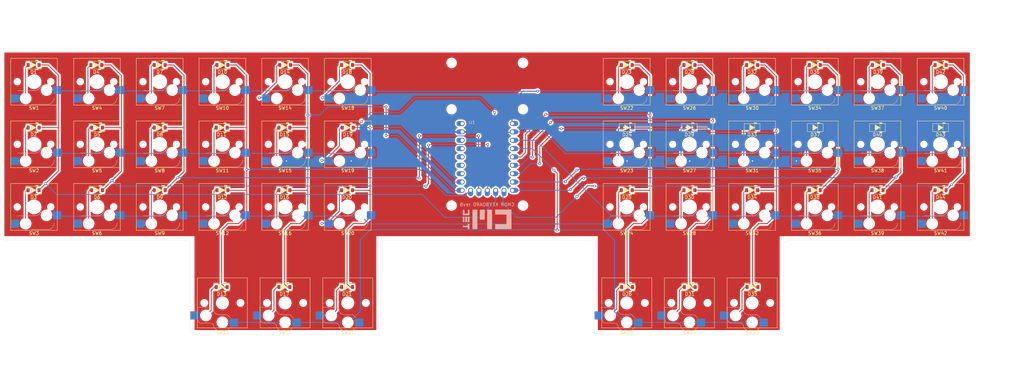
<source format=kicad_pcb>
(kicad_pcb
	(version 20241229)
	(generator "pcbnew")
	(generator_version "9.0")
	(general
		(thickness 1.6)
		(legacy_teardrops no)
	)
	(paper "A3")
	(layers
		(0 "F.Cu" signal)
		(4 "In1.Cu" power)
		(6 "In2.Cu" power)
		(2 "B.Cu" signal)
		(9 "F.Adhes" user "F.Adhesive")
		(11 "B.Adhes" user "B.Adhesive")
		(13 "F.Paste" user)
		(15 "B.Paste" user)
		(5 "F.SilkS" user "F.Silkscreen")
		(7 "B.SilkS" user "B.Silkscreen")
		(1 "F.Mask" user)
		(3 "B.Mask" user)
		(17 "Dwgs.User" user "User.Drawings")
		(19 "Cmts.User" user "User.Comments")
		(21 "Eco1.User" user "User.Eco1")
		(23 "Eco2.User" user "User.Eco2")
		(25 "Edge.Cuts" user)
		(27 "Margin" user)
		(31 "F.CrtYd" user "F.Courtyard")
		(29 "B.CrtYd" user "B.Courtyard")
		(35 "F.Fab" user)
		(33 "B.Fab" user)
	)
	(setup
		(stackup
			(layer "F.SilkS"
				(type "Top Silk Screen")
			)
			(layer "F.Paste"
				(type "Top Solder Paste")
			)
			(layer "F.Mask"
				(type "Top Solder Mask")
				(thickness 0.01)
			)
			(layer "F.Cu"
				(type "copper")
				(thickness 0.035)
			)
			(layer "dielectric 1"
				(type "core")
				(thickness 0.48)
				(material "FR4")
				(epsilon_r 4.5)
				(loss_tangent 0.02)
			)
			(layer "In1.Cu"
				(type "copper")
				(thickness 0.035)
			)
			(layer "dielectric 2"
				(type "prepreg")
				(thickness 0.48)
				(material "FR4")
				(epsilon_r 4.5)
				(loss_tangent 0.02)
			)
			(layer "In2.Cu"
				(type "copper")
				(thickness 0.035)
			)
			(layer "dielectric 3"
				(type "core")
				(thickness 0.48)
				(material "FR4")
				(epsilon_r 4.5)
				(loss_tangent 0.02)
			)
			(layer "B.Cu"
				(type "copper")
				(thickness 0.035)
			)
			(layer "B.Mask"
				(type "Bottom Solder Mask")
				(thickness 0.01)
			)
			(layer "B.Paste"
				(type "Bottom Solder Paste")
			)
			(layer "B.SilkS"
				(type "Bottom Silk Screen")
			)
			(copper_finish "None")
			(dielectric_constraints no)
		)
		(pad_to_mask_clearance 0.051)
		(solder_mask_min_width 0.25)
		(allow_soldermask_bridges_in_footprints no)
		(tenting front back)
		(aux_axis_origin 62.23 107.95)
		(grid_origin 62.23 107.95)
		(pcbplotparams
			(layerselection 0x00000000_00000000_55555555_5755f5af)
			(plot_on_all_layers_selection 0x00000000_00000000_00000000_00000000)
			(disableapertmacros no)
			(usegerberextensions yes)
			(usegerberattributes no)
			(usegerberadvancedattributes no)
			(creategerberjobfile no)
			(dashed_line_dash_ratio 12.000000)
			(dashed_line_gap_ratio 3.000000)
			(svgprecision 6)
			(plotframeref no)
			(mode 1)
			(useauxorigin no)
			(hpglpennumber 1)
			(hpglpenspeed 20)
			(hpglpendiameter 15.000000)
			(pdf_front_fp_property_popups yes)
			(pdf_back_fp_property_popups yes)
			(pdf_metadata yes)
			(pdf_single_document no)
			(dxfpolygonmode yes)
			(dxfimperialunits yes)
			(dxfusepcbnewfont yes)
			(psnegative no)
			(psa4output no)
			(plot_black_and_white yes)
			(sketchpadsonfab no)
			(plotpadnumbers no)
			(hidednponfab no)
			(sketchdnponfab yes)
			(crossoutdnponfab yes)
			(subtractmaskfromsilk yes)
			(outputformat 1)
			(mirror no)
			(drillshape 0)
			(scaleselection 1)
			(outputdirectory "gerber/")
		)
	)
	(net 0 "")
	(net 1 "+5V")
	(net 2 "Net-(D1-A)")
	(net 3 "Net-(D2-A)")
	(net 4 "Net-(D3-A)")
	(net 5 "/Col_A")
	(net 6 "Net-(D4-A)")
	(net 7 "Net-(D5-A)")
	(net 8 "Net-(D6-A)")
	(net 9 "Net-(D7-A)")
	(net 10 "/Col_B")
	(net 11 "Net-(D8-A)")
	(net 12 "Net-(D9-A)")
	(net 13 "Net-(D10-A)")
	(net 14 "Net-(D11-A)")
	(net 15 "Net-(D12-A)")
	(net 16 "/Col_C")
	(net 17 "Net-(D13-A)")
	(net 18 "Net-(D14-A)")
	(net 19 "Net-(D15-A)")
	(net 20 "Net-(D16-A)")
	(net 21 "Net-(D17-A)")
	(net 22 "/Col_D")
	(net 23 "Net-(D18-A)")
	(net 24 "Net-(D19-A)")
	(net 25 "Net-(D20-A)")
	(net 26 "Net-(D21-A)")
	(net 27 "/Col_E")
	(net 28 "Net-(D23-A)")
	(net 29 "Net-(D24-A)")
	(net 30 "Net-(D25-A)")
	(net 31 "Net-(D26-A)")
	(net 32 "/Col_F")
	(net 33 "Net-(D28-A)")
	(net 34 "Net-(D29-A)")
	(net 35 "Net-(D30-A)")
	(net 36 "Net-(D31-A)")
	(net 37 "/Col_G")
	(net 38 "Net-(D32-A)")
	(net 39 "Net-(D33-A)")
	(net 40 "Net-(D34-A)")
	(net 41 "Net-(D35-A)")
	(net 42 "/Col_H")
	(net 43 "Net-(D36-A)")
	(net 44 "Net-(D37-A)")
	(net 45 "Net-(D38-A)")
	(net 46 "Net-(D39-A)")
	(net 47 "Net-(D40-A)")
	(net 48 "/Col_I")
	(net 49 "Net-(D41-A)")
	(net 50 "Net-(D42-A)")
	(net 51 "Net-(D43-A)")
	(net 52 "/Col_J")
	(net 53 "Net-(D44-A)")
	(net 54 "/Col_K")
	(net 55 "/Col_L")
	(net 56 "GND")
	(net 57 "/Row_1")
	(net 58 "/Row_2")
	(net 59 "/Row_3")
	(net 60 "/Row_4")
	(net 61 "unconnected-(U1-27-Pad18)")
	(net 62 "unconnected-(U1-3V3-Pad21)")
	(net 63 "unconnected-(U1-29-Pad20)")
	(net 64 "unconnected-(U1-28-Pad19)")
	(net 65 "unconnected-(U1-26-Pad17)")
	(footprint "PCM_Switch_Keyboard_Hotswap_Kailh:SW_Hotswap_Kailh_MX_1.00u" (layer "F.Cu") (at 347.98 137.16 180))
	(footprint "PCM_Diode_SMD_Handsoldering_AKL:D_SOD-123" (layer "F.Cu") (at 252.73 132.08 180))
	(footprint "PCM_Switch_Keyboard_Hotswap_Kailh:SW_Hotswap_Kailh_MX_1.00u" (layer "F.Cu") (at 91.65318 156.21 180))
	(footprint "PCM_Diode_SMD_Handsoldering_AKL:D_SOD-123" (layer "F.Cu") (at 91.44 113.03 180))
	(footprint "PCM_Switch_Keyboard_Hotswap_Kailh:SW_Hotswap_Kailh_MX_1.00u" (layer "F.Cu") (at 91.65318 137.16 180))
	(footprint "PCM_Diode_SMD_Handsoldering_AKL:D_SOD-123" (layer "F.Cu") (at 252.617081 113.03 180))
	(footprint "PCM_Diode_SMD_Handsoldering_AKL:D_SOD-123" (layer "F.Cu") (at 271.667081 151.13 180))
	(footprint "PCM_Switch_Keyboard_Hotswap_Kailh:SW_Hotswap_Kailh_MX_1.00u" (layer "F.Cu") (at 252.617081 118.11 180))
	(footprint "PCM_Switch_Keyboard_Hotswap_Kailh:SW_Hotswap_Kailh_MX_1.00u" (layer "F.Cu") (at 148.80318 118.11 180))
	(footprint "PCM_Switch_Keyboard_Hotswap_Kailh:SW_Hotswap_Kailh_MX_1.00u" (layer "F.Cu") (at 72.517 118.11 180))
	(footprint "PCM_Diode_SMD_Handsoldering_AKL:D_SOD-123" (layer "F.Cu") (at 110.70318 113.03 180))
	(footprint "PCM_Diode_SMD_Handsoldering_AKL:D_SOD-123" (layer "F.Cu") (at 290.83 180.594 180))
	(footprint "PCM_Switch_Keyboard_Hotswap_Kailh:SW_Hotswap_Kailh_MX_1.00u" (layer "F.Cu") (at 110.70318 137.16 180))
	(footprint "MountingHole:MountingHole_2.7mm_M2.5" (layer "F.Cu") (at 199.4 112.395))
	(footprint "PCM_Switch_Keyboard_Hotswap_Kailh:SW_Hotswap_Kailh_MX_1.00u" (layer "F.Cu") (at 347.98 118.11 180))
	(footprint "PCM_Switch_Keyboard_Hotswap_Kailh:SW_Hotswap_Kailh_MX_1.00u" (layer "F.Cu") (at 129.75318 118.11 180))
	(footprint "PCM_Switch_Keyboard_Hotswap_Kailh:SW_Hotswap_Kailh_MX_1.00u" (layer "F.Cu") (at 252.617081 137.16 180))
	(footprint "MountingHole:MountingHole_2.7mm_M2.5" (layer "F.Cu") (at 221.1 126.5))
	(footprint "PCM_Diode_SMD_Handsoldering_AKL:D_SOD-123" (layer "F.Cu") (at 72.39 113.03 180))
	(footprint "PCM_Diode_SMD_Handsoldering_AKL:D_SOD-123" (layer "F.Cu") (at 271.78 180.594 180))
	(footprint "PCM_Diode_SMD_Handsoldering_AKL:D_SOD-123" (layer "F.Cu") (at 129.75318 151.13 180))
	(footprint "PCM_Switch_Keyboard_Hotswap_Kailh:SW_Hotswap_Kailh_MX_1.00u"
		(layer "F.Cu")
		(uuid "4a9a2429-dabe-4123-81eb-3668a90bca24")
		(at 167.85318 118.11 180)
		(descr "Kailh keyswitch Hotswap Socket Keycap 1.00u")
		(tags "Kailh Keyboard Keyswitch Switch Hotswap Socket Relief Cutout Keycap 1.00u")
		(property "Reference" "SW18"
			(at 0 -8 180)
			(layer "F.SilkS")
			(uuid "4c7ccfe5-b0f1-4bce-b980-7c68b5788073")
			(effects
				(font
					(size 1 1)
					(thickness 0.15)
				)
			)
		)
		(property "Value" "SW_Push"
			(at 0 8 180)
			(layer "F.Fab")
			(uuid "75124d1c-fa03-435d-a68e-a2f078ac050b")
			(effects
				(font
					(size 1 1)
					(thickness 0.15)
				)
			)
		)
		(property "Datasheet" "~"
			(at 0 0 180)
			(layer "F.Fab")
			(hide yes)
			(uuid "0fb9665f-de02-4dd3-95d1-9c3bd83cf5ca")
			(effects
				(font
					(size 1.27 1.27)
					(thickness 0.15)
				)
			)
		)
		(property "Description" ""
			(at 0 0 180)
			(layer "F.Fab")
			(hide yes)
			(uuid "5c86231b-b8ab-46c5-ba0a-2b4fa91d73cf")
			(effects
				(font
					(size 1.27 1.27)
					(thickness 0.15)
				)
			)
		)
		(path "/847e091e-9a9f-45b5-b94e-6fd8b52a85fb")
		(sheetname "/")
		(sheetfile "cmdr_keyboard.kicad_sch")
		(attr smd)
		(fp_line
			(start 7.1 7.1)
			(end 7.1 -7.1)
			(stroke
				(width 0.12)
				(type solid)
			)
			(layer "F.SilkS")
			(uuid "85fb78ef-5d35-4f35-b3af-295642200f41")
		)
		(fp_line
			(start 7.1 -7.1)
			(end -7.1 -7.1)
			(stroke
				(width 0.12)
				(type solid)
			)
			(layer "F.SilkS")
			(uuid "521af2df-a0e6-4bfa-9ac3-9935859fc893")
		)
		(fp_line
			(start -7.1 7.1)
			(end 7.1 7.1)
			(stroke
				(width 0.12)
				(type solid)
			)
			(layer "F.SilkS")
			(uuid "d290f0ab-af3e-4302-b38e-3865164b90f6")
		)
		(fp_line
			(start -7.1 -7.1)
			(end -7.1 7.1)
			(stroke
				(width 0.12)
				(type solid)
			)
			(layer "F.SilkS")
			(uuid "01decf0a-6a6f-4354-b8d8-0cd8f4a0d42b")
		)
		(fp_line
			(start -0.2 -2.7)
			(end 4.9 -2.7)
			(stroke
				(width 0.12)
				(type solid)
			)
			(layer "B.SilkS")
			(uuid "56f3d414-ae2e-4848-b0c7-73b6fdde7bec")
		)
		(fp_line
			(start -4.1 -6.9)
			(end 1 -6.9)
			(stroke
				(width 0.12)
				(type solid)
			)
			(layer "B.SilkS")
			(uuid "76eadaf6-1c5a-40e4-bd3f-39ddd5c18e57")
		)
		(fp_arc
			(start -2.2 -0.7)
			(mid -1.614214 -2.114214)
			(end -0.2 -2.7)
			(stroke
				(width 0.12)
				(type solid)
			)
			(layer "B.SilkS")
			(uuid "82026616-e3aa-4931-af8a-24fc75da1db3")
		)
		(fp_arc
			(start -6.1 -4.9)
			(mid -5.514214 -6.314214)
			(end -4.1 -6.9)
			(stroke
				(width 0.12)
				(type solid)
			)
			(layer "B.SilkS")
			(uuid "ac5274fd-c90c-40d2-b0f1-1aa45c69d4f1")
		)
		(fp_line
			(start 9.525 9.525)
			(end 9.525 -9.525)
			(stroke
				(width 0.1)
				(type solid)
			)
			(layer "Dwgs.User")
			(uuid "85b68983-8944-4bfa-8c3d-4a5cf00395b1")
		)
		(fp_line
			(start 9.525 -9.525)
			(end -9.525 -9.525)
			(stroke
				(width 0.1)
				(type solid)
			)
			(layer "Dwgs.User")
			(uuid "0083df1a-1798-47c5-a5f3-5613a078d1f8")
		)
		(fp_line
			(start -9.525 9.525)
			(end 9.525 9.525)
			(stroke
				(width 0.1)
				(type solid)
			)
			(layer "Dwgs.User")
			(uuid "49f8791f-0db2-4147-b005-1948ac146de5")
		)
		(fp_line
			(start -9.525 -9.525)
			(end -9.525 9.525)
			(stroke
				(width 0.1)
				(type solid)
			)
			(layer "Dwgs.User")
			(uuid "d7e566ce-1d12-43e1-92c0-39b3ceeae92d")
		)
		(fp_line
			(start 7.8 6)
			(end 7 6)
			(stroke
				(width 0.1)
				(type solid)
			)
			(layer "Eco1.User")
			(uuid "cfa7cf09-2cc8-446e-9add-1c57a24adc13")
		)
		(fp_line
			(start 7.8 2.9)
			(end 7.8 6)
			(stroke
				(width 0.1)
				(type solid)
			)
			(layer "Eco1.User")
			(uuid "6267eb5e-e5c0-445f-840f-22b245c20ad0")
		)
		(fp_line
			(start 7.8 -2.9)
			(end 7 -2.9)
			(stroke
				(width 0.1)
				(type solid)
			)
			(layer "Eco1.User")
			(uuid "dea1bbe2-463f-4a78-bca2-eea739ee2078")
		)
		(fp_line
			(start 7.8 -6)
			(end 7.8 -2.9)
			(stroke
				(width 0.1)
				(type solid)
			)
			(layer "Eco1.User")
			(uuid "821cb0da-8120-4cfd-8597-4c12da733f49")
		)
		(fp_line
			(start 7 7)
			(end -7 7)
			(stroke
				(width 0.1)
				(type solid)
			)
			(layer "Eco1.User")
			(uuid "60978166-102e-4187-a18f-c43033ef7249")
		)
		(fp_line
			(start 7 6)
			(end 7 7)
			(stroke
				(width 0.1)
				(type solid)
			)
			(layer "Eco1.User")
			(uuid "b15e1707-e7f9-434d-a7db-b2bc28b720be")
		)
		(fp_line
			(start 7 2.9)
			(end 7.8 2.9)
			(stroke
				(width 0.1)
				(type solid)
			)
			(layer "Eco1.User")
			(uuid "502349d9-12ab-4087-9d19-219617726288")
		)
		(fp_line
			(start 7 -2.9)
			(end 7 2.9)
			(stroke
				(width 0.1)
				(type solid)
			)
			(layer "Eco1.User")
			(uuid "107cdf92-8836-4913-b0c0-c86f700bfcba")
		)
		(fp_line
			(start 7 -6)
			(end 7.8 -6)
			(stroke
				(width 0.1)
				(type solid)
			)
			(layer "Eco1.User")
			(uuid "b84dec4a-a543-4217-9f92-db87f9617f0a")
		)
		(fp_line
			(start 7 -7)
			(end 7 -6)
			(stroke
				(width 0.1)
				(type solid)
			)
			(layer "Eco1.User")
			(uuid "922f1fe3-2f17-4e93-9363-c51651adada7")
		)
		(fp_line
			(start -7 7)
			(end -7 6)
			(stroke
				(width 0.1)
				(type solid)
			)
			(layer "Eco1.User")
			(uuid "08d62e9d-aedd-4f77-8a1d-1268d8d43b05")
		)
		(fp_line
			(start -7 6)
			(end -7.8 6)
			(stroke
				(width 0.1)
				(type solid)
			)
			(layer "Eco1.User")
			(uuid "ea115f1e-6aef-4669-99d8-24f58ada44ac")
		)
		(fp_line
			(start -7 2.9)
			(end -7 -2.9)
			(stroke
				(width 0.1)
				(type solid)
			)
			(layer "Eco1.User")
			(uuid "37c6d33e-2885-4ab0-8afb-2d638ab286e2")
		)
		(fp_line
			(start -7 -2.9)
			(end -7.8 -2.9)
			(stroke
				(width 0.1)
				(type solid)
			)
			(layer "Eco1.User")
			(uuid "88a4a082-2fd0-49c4-b176-19aaa1a33897")
		)
		(fp_line
			(start -7 -6)
			(end -7 -7)
			(stroke
				(width 0.1)
				(type solid)
			)
			(layer "Eco1.User")
			(uuid "4bfba4b8-f0e0-44d3-8dca-0348b789f6b0")
		)
		(fp_line
			(start -7 -7)
			(end 7 -7)
			(stroke
				(width 0.1)
				(type solid)
			)
			(layer "Eco1.User")
			(uuid "09b68859-f6fd-4d76-80fa-d74f1a84ba9b")
		)
		(fp_line
			(start -7.8 6)
			(end -7.8 2.9)
			(stroke
				(width 0.1)
				(type solid)
			)
			(layer "Eco1.User")
			(uuid "177d64c6-9407-413f-bcc4-82ef742d89b7")
		)
		(fp_line
			(start -7.8 2.9)
			(end -7 2.9)
			(stroke
				(width 0.1)
				(type solid)
			)
			(layer "Eco1.User")
			(uuid "bcc77568-3a6d-405e-91e6-aab780a2493f")
		)
		(fp_line
			(start -7.8 -2.9)
			(end -7.8 -6)
			(stroke
				(width 0.1)
				(type solid)
			)
			(layer "Eco1.User")
			(uuid "1af00283-e0fc-4085-83ff-03626597263d")
		)
		(fp_line
			(start -7.8 -6)
			(end -7 -6)
			(stroke
				(width 0.1)
				(type solid)
			)
			(layer "Eco1.User")
			(uuid "6cc23789-cd9f-4b73-b131-ca0623cc86af")
		)
		(fp_line
			(start 4.8 -6.8)
			(end 4.8 -2.8)
			(stroke
				(width 0.05)
				(type solid)
			)
			(layer "B.CrtYd")
			(uuid "d8503e06-7b1f-4755-a2ec-911834a55272")
		)
		(fp_line
			(start -0.3 -2.8)
			(end 4.8 -2.8)
			(stroke
				(width 0.05)
				(type solid)
			)
			(layer "B.CrtYd")
			(uuid "0c08a8ad-05c8-4795-b3a1-cd191fa9e011")
		)
		(fp_line
			(start -4 -6.8)
			(end 4.8 -6.8)
			(stroke
				(width 0.05)
				(type solid)
			)
			(layer "B.CrtYd")
			(uuid "a5f919d1-a94d-4950-a742-0f6ed1ee26a7")
		)
		(fp_line
			(start -6 -0.8)
			(end -2.3 -0.8)
			(stroke
				(width 0.05)
				(type solid)
			)
			(layer "B.CrtYd")
			(uuid "4349a263-15a3-4f34-8ad7-a114c8b22dd4")
		)
		(fp_line
			(start -6 -0.8)
			(end -6 -4.8)
			(stroke
				(width 0.05)
				(type solid)
			)
			(layer "B.CrtYd")
			(uuid "a9ebf4fa-71ac-4f56-81a1-7dab6dc6ecfe")
		)
		(fp_arc
			(start -2.3 -0.8)
			(mid -1.714214 -2.214214)
			(end -0.3 -2.8)
			(stroke
				(width 0.05)
				(type solid)
			)
			(layer "B.CrtYd")
			(uuid "e0578dd6-e8ff-4eef-bd8a-6439ca824f9c")
		)
		(fp_arc
			(start -6 -4.8)
			(mid -5.414214 -6.214214)
			(end -4 -6.8)
			(stroke
				(width 0.05)
				(type solid)
			)
			(layer "B.CrtYd")
			(uuid "361917a7-8a7c-4d61-ba18-0864a3dc9b4e")
		)
		(fp_line
			(start 7.25 7.25)
			(end 7.25 -7.25)
			(stroke
				(width 0.05)
				(type solid)
			)
			(layer "F.CrtYd")
			(uuid "0dc5745f-0faa-456b-ab00-073b0acb66a0")
		)
		(fp_line
			(start 7.25 -7.25)
			(end -7.25 -7.25)
			(stroke
				(width 0.05)
				(type solid)
			)
			(layer "F.CrtYd")
			(uuid "35930e8f-a2b8-46d5-8d05-a1dff4c162bd")
		)
		(fp_line
			(start -7.25 7.25)
			(end 7.25 7.25)
			(stroke
				(width 0.05)
				(type solid)
			)
			(layer "F.CrtYd")
			(uuid "d25b24c5-d959-44fc-afcc-4debc0696e0e")
		)
		(fp_line
			(start -7.25 -7.25)
			(end -7.25 7.25)
			(stroke
				(width 0.05)
				(type solid)
			)
			(layer "F.CrtYd")
			(uuid "50c20da3-d9c0-4a67-9f53-67f876ad37c8")
		)
		(fp_line
			(start 4.8 -6.8)
			(end 4.8 -2.8)
			(stroke
				(width 0.12)
				(type solid)
			)
			(layer "B.Fab")
			(uuid "be2a3919-9c2d-40b7-999d-afcc7829693e")
		)
		(fp_line
			(start -0.3 -2.8)
			(end 4.8 -2.8)
			(stroke
				(width 0.12)
				(type solid)
			)
			(layer "B.Fab")
			(uuid "f07858e9-ec60-4e5b-9cc6-0d3b9536eed9")
		)
		(fp_line
			(start -4 -6.8)
			(end 4.8 -6.8)
			(stroke
				(width 0.12)
				(type solid)
			)
			(layer "B.Fab")
			(uuid "46d90b61-2edc-487e-828f-ba9bba7fdf81")
		)
		(fp_line
			(start -6 -0.8)
			(end -2.3 -0.8)
			(stroke
				(width 0.12)
				(type solid)
			)
			(layer "B.Fab")
			(uuid "027689d4-916f-47e7-a3f8-74cd03c144b9")
		)
		(fp_line
			(start -6 -0.8)
			(end -6 -4.8)
			(stroke
				(width 0.12)
				(type solid)
			)
			(layer "B.Fab")
			(uuid "ba25bc68-1394-4a84-94b2-4de2eebe1e6c")
		)
		(fp_arc
			(start -2.3 -0.8)
			(mid -1.714214 -2.214214)
			(end -0.3 -2.8)
			(stroke
				(width 0.12)
				(type solid)
			)
	
... [1564938 chars truncated]
</source>
